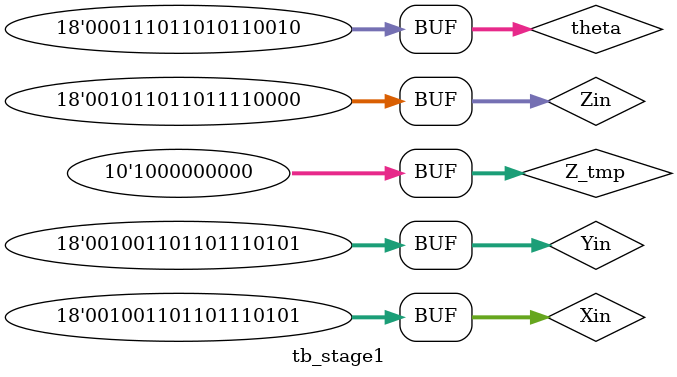
<source format=v>
module tb_stage1();
	reg [17:0]    Xin	, Yin, Zin;		           
	reg [17:0]    theta;
	
	wire [17:0]   Xout, Yout, Zout;	
	reg [9:0] Z_tmp;
	stage1 logic0(.Xin(Xin), .Yin(Yin), .Zin({Z_tmp[8:0],9'b0}), .theta(theta), .Xout(Xout), .Yout(Yout), .Zout(Zout));
	//stage1 logic0(.Xin(Xin), .Yin(Yin), .Zin(Zin), .theta(theta), .Xout(Xout), .Yout(Yout), .Zout(Zout));
localparam FALSE = 1'b0;
localparam TRUE = 1'b1;

localparam VALUE = 32000/1.647; // reduce by a factor of 1.647 since thats the gain of the system

	initial
	begin
		Xin = 18'b001001101101110101;                    
		Yin = 18'b001001101101110101;                      
		Zin = 18'b001011011011110000;
		theta=18'b000111011010110010;
	end
	initial begin
	for (Z_tmp=0;Z_tmp<512;Z_tmp=Z_tmp+1)
	#5;
	end 
	
	initial  begin
	$display("----------------------------------------------");
	$display("----------- SIMULATION RESULT ----------------");
	$display("----------------------------------------------");
	$monitor("TIME = %d, Zin[17:0]=%b, Xout[17:0]=%b, Yout[17:0]=%b, Zout[17:0]=%b",$time, {Z_tmp[8:0],9'b0}, Xout, Yout, Zout);
end
endmodule 

</source>
